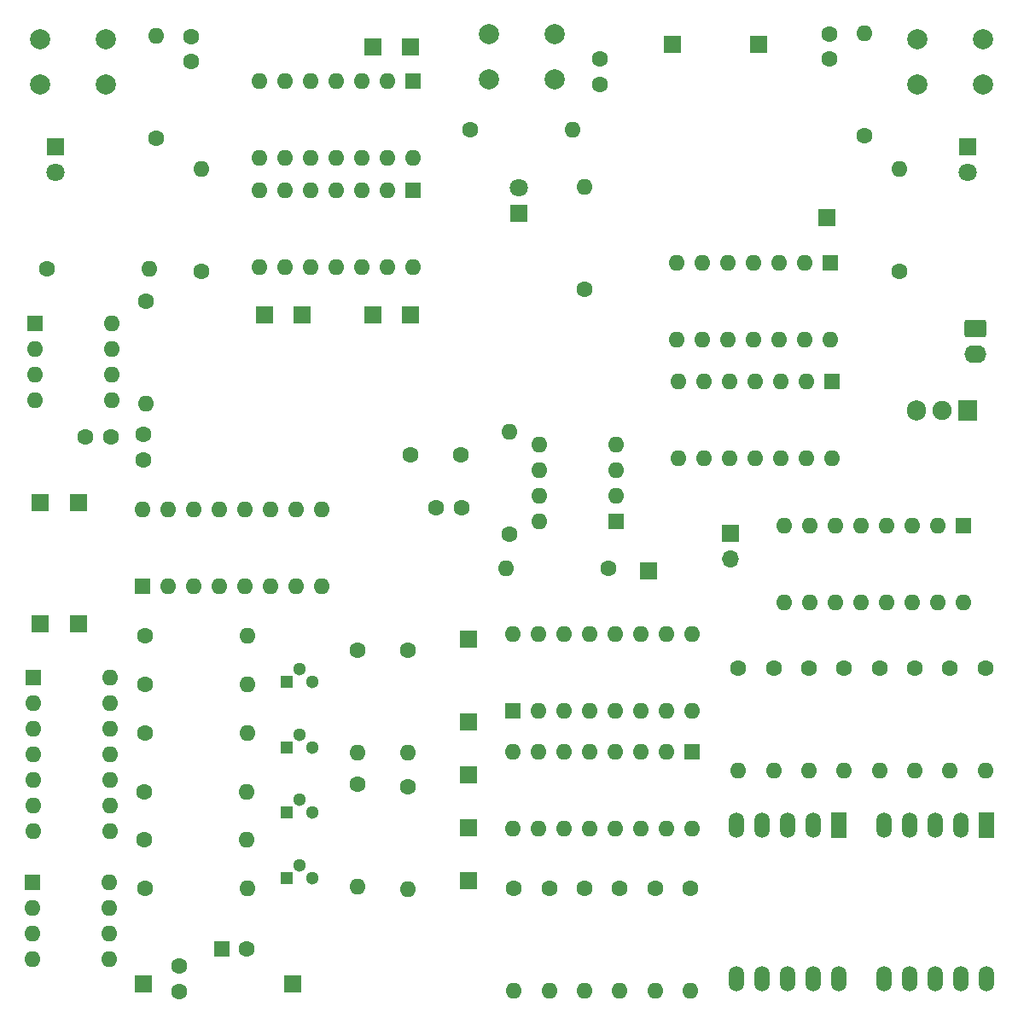
<source format=gbr>
%TF.GenerationSoftware,KiCad,Pcbnew,8.0.6*%
%TF.CreationDate,2024-12-19T16:20:12+01:00*%
%TF.ProjectId,schemat,73636865-6d61-4742-9e6b-696361645f70,rev?*%
%TF.SameCoordinates,Original*%
%TF.FileFunction,Soldermask,Bot*%
%TF.FilePolarity,Negative*%
%FSLAX46Y46*%
G04 Gerber Fmt 4.6, Leading zero omitted, Abs format (unit mm)*
G04 Created by KiCad (PCBNEW 8.0.6) date 2024-12-19 16:20:12*
%MOMM*%
%LPD*%
G01*
G04 APERTURE LIST*
G04 Aperture macros list*
%AMRoundRect*
0 Rectangle with rounded corners*
0 $1 Rounding radius*
0 $2 $3 $4 $5 $6 $7 $8 $9 X,Y pos of 4 corners*
0 Add a 4 corners polygon primitive as box body*
4,1,4,$2,$3,$4,$5,$6,$7,$8,$9,$2,$3,0*
0 Add four circle primitives for the rounded corners*
1,1,$1+$1,$2,$3*
1,1,$1+$1,$4,$5*
1,1,$1+$1,$6,$7*
1,1,$1+$1,$8,$9*
0 Add four rect primitives between the rounded corners*
20,1,$1+$1,$2,$3,$4,$5,0*
20,1,$1+$1,$4,$5,$6,$7,0*
20,1,$1+$1,$6,$7,$8,$9,0*
20,1,$1+$1,$8,$9,$2,$3,0*%
G04 Aperture macros list end*
%ADD10C,1.600000*%
%ADD11O,1.600000X1.600000*%
%ADD12R,1.700000X1.700000*%
%ADD13R,1.600000X1.600000*%
%ADD14R,1.524000X2.524000*%
%ADD15O,1.524000X2.524000*%
%ADD16C,2.000000*%
%ADD17R,1.800000X1.800000*%
%ADD18C,1.800000*%
%ADD19C,1.905000*%
%ADD20R,1.905000X2.000000*%
%ADD21O,1.905000X2.000000*%
%ADD22O,1.700000X1.700000*%
%ADD23R,1.300000X1.300000*%
%ADD24C,1.300000*%
%ADD25RoundRect,0.250000X-0.845000X0.620000X-0.845000X-0.620000X0.845000X-0.620000X0.845000X0.620000X0*%
%ADD26O,2.190000X1.740000*%
G04 APERTURE END LIST*
D10*
%TO.C,R1*%
X104750000Y-33330000D03*
D11*
X104750000Y-23170000D03*
%TD*%
D12*
%TO.C,TP13*%
X83300000Y-76510000D03*
%TD*%
D10*
%TO.C,C8*%
X64800000Y-70260000D03*
X62300000Y-70260000D03*
%TD*%
D13*
%TO.C,U7*%
X101540000Y-57700000D03*
D11*
X99000000Y-57700000D03*
X96460000Y-57700000D03*
X93920000Y-57700000D03*
X91380000Y-57700000D03*
X88840000Y-57700000D03*
X86300000Y-57700000D03*
X86300000Y-65320000D03*
X88840000Y-65320000D03*
X91380000Y-65320000D03*
X93920000Y-65320000D03*
X96460000Y-65320000D03*
X99000000Y-65320000D03*
X101540000Y-65320000D03*
%TD*%
D14*
%TO.C,U14*%
X116830000Y-101750000D03*
D15*
X114290000Y-101750000D03*
X111750000Y-101750000D03*
X109210000Y-101750000D03*
X106670000Y-101750000D03*
X106670000Y-116990000D03*
X109210000Y-116990000D03*
X111750000Y-116990000D03*
X114290000Y-116990000D03*
X116830000Y-116990000D03*
%TD*%
D12*
%TO.C,TP21*%
X94250000Y-24250000D03*
%TD*%
D13*
%TO.C,U4*%
X60000000Y-38750000D03*
D11*
X57460000Y-38750000D03*
X54920000Y-38750000D03*
X52380000Y-38750000D03*
X49840000Y-38750000D03*
X47300000Y-38750000D03*
X44760000Y-38750000D03*
X44760000Y-46370000D03*
X47300000Y-46370000D03*
X49840000Y-46370000D03*
X52380000Y-46370000D03*
X54920000Y-46370000D03*
X57460000Y-46370000D03*
X60000000Y-46370000D03*
%TD*%
D12*
%TO.C,TP10*%
X59710000Y-51120000D03*
%TD*%
D10*
%TO.C,C3*%
X78500000Y-25750000D03*
X78500000Y-28250000D03*
%TD*%
%TO.C,C5*%
X33250000Y-63000000D03*
X33250000Y-65500000D03*
%TD*%
%TO.C,R27*%
X102750000Y-86170000D03*
D11*
X102750000Y-96330000D03*
%TD*%
D10*
%TO.C,R33*%
X108250000Y-46830000D03*
D11*
X108250000Y-36670000D03*
%TD*%
D10*
%TO.C,R30*%
X116750000Y-86170000D03*
D11*
X116750000Y-96330000D03*
%TD*%
D10*
%TO.C,R24*%
X84000000Y-108000000D03*
D11*
X84000000Y-118160000D03*
%TD*%
D10*
%TO.C,R25*%
X109750000Y-86170000D03*
D11*
X109750000Y-96330000D03*
%TD*%
D16*
%TO.C,SW1*%
X110000000Y-23750000D03*
X116500000Y-23750000D03*
X110000000Y-28250000D03*
X116500000Y-28250000D03*
%TD*%
D10*
%TO.C,R13*%
X33340000Y-98400000D03*
D11*
X43500000Y-98400000D03*
%TD*%
D12*
%TO.C,TP11*%
X55960000Y-51120000D03*
%TD*%
D10*
%TO.C,R8*%
X33420000Y-87800000D03*
D11*
X43580000Y-87800000D03*
%TD*%
D10*
%TO.C,R15*%
X33320000Y-103200000D03*
D11*
X43480000Y-103200000D03*
%TD*%
D12*
%TO.C,TP18*%
X23000000Y-81750000D03*
%TD*%
D10*
%TO.C,R11*%
X33420000Y-92600000D03*
D11*
X43580000Y-92600000D03*
%TD*%
D17*
%TO.C,D3*%
X24500000Y-34460000D03*
D18*
X24500000Y-37000000D03*
%TD*%
D12*
%TO.C,TP14*%
X65500000Y-83250000D03*
%TD*%
%TO.C,TP19*%
X45210000Y-51120000D03*
%TD*%
D13*
%TO.C,U8*%
X60012448Y-27940000D03*
D11*
X57472448Y-27940000D03*
X54932448Y-27940000D03*
X52392448Y-27940000D03*
X49852448Y-27940000D03*
X47312448Y-27940000D03*
X44772448Y-27940000D03*
X44772448Y-35560000D03*
X47312448Y-35560000D03*
X49852448Y-35560000D03*
X52392448Y-35560000D03*
X54932448Y-35560000D03*
X57472448Y-35560000D03*
X60012448Y-35560000D03*
%TD*%
D12*
%TO.C,TP20*%
X48960000Y-51120000D03*
%TD*%
D10*
%TO.C,R32*%
X77000000Y-48580000D03*
D11*
X77000000Y-38420000D03*
%TD*%
D17*
%TO.C,D1*%
X70500000Y-41000000D03*
D18*
X70500000Y-38460000D03*
%TD*%
D19*
%TO.C,Q5*%
X112500000Y-60600000D03*
D20*
X115000000Y-60600000D03*
D21*
X109920000Y-60600000D03*
%TD*%
D10*
%TO.C,C1*%
X101250000Y-23250000D03*
X101250000Y-25750000D03*
%TD*%
%TO.C,R28*%
X99250000Y-86170000D03*
D11*
X99250000Y-96330000D03*
%TD*%
D10*
%TO.C,R19*%
X77000000Y-108000000D03*
D11*
X77000000Y-118160000D03*
%TD*%
D12*
%TO.C,TP9*%
X48000000Y-117500000D03*
%TD*%
D10*
%TO.C,R17*%
X69550000Y-72840000D03*
D11*
X69550000Y-62680000D03*
%TD*%
D12*
%TO.C,TP2*%
X26750000Y-69750000D03*
%TD*%
%TO.C,TP8*%
X65500000Y-107250000D03*
%TD*%
D13*
%TO.C,U2*%
X33130000Y-78000000D03*
D11*
X35670000Y-78000000D03*
X38210000Y-78000000D03*
X40750000Y-78000000D03*
X43290000Y-78000000D03*
X45830000Y-78000000D03*
X48370000Y-78000000D03*
X50910000Y-78000000D03*
X50910000Y-70380000D03*
X48370000Y-70380000D03*
X45830000Y-70380000D03*
X43290000Y-70380000D03*
X40750000Y-70380000D03*
X38210000Y-70380000D03*
X35670000Y-70380000D03*
X33130000Y-70380000D03*
%TD*%
D10*
%TO.C,C6*%
X36750000Y-115750000D03*
X36750000Y-118250000D03*
%TD*%
D13*
%TO.C,U11*%
X87625000Y-94500000D03*
D11*
X85085000Y-94500000D03*
X82545000Y-94500000D03*
X80005000Y-94500000D03*
X77465000Y-94500000D03*
X74925000Y-94500000D03*
X72385000Y-94500000D03*
X69845000Y-94500000D03*
X69845000Y-102120000D03*
X72385000Y-102120000D03*
X74925000Y-102120000D03*
X77465000Y-102120000D03*
X80005000Y-102120000D03*
X82545000Y-102120000D03*
X85085000Y-102120000D03*
X87625000Y-102120000D03*
%TD*%
D12*
%TO.C,TP3*%
X33250000Y-117500000D03*
%TD*%
D10*
%TO.C,R26*%
X106250000Y-86170000D03*
D11*
X106250000Y-96330000D03*
%TD*%
D10*
%TO.C,R10*%
X54500000Y-84420000D03*
D11*
X54500000Y-94580000D03*
%TD*%
D10*
%TO.C,R7*%
X33420000Y-82950000D03*
D11*
X43580000Y-82950000D03*
%TD*%
D12*
%TO.C,TP12*%
X101000000Y-41500000D03*
%TD*%
D10*
%TO.C,C2*%
X38000000Y-23500000D03*
X38000000Y-26000000D03*
%TD*%
%TO.C,R12*%
X59500000Y-97920000D03*
D11*
X59500000Y-108080000D03*
%TD*%
D10*
%TO.C,R31*%
X113250000Y-86170000D03*
D11*
X113250000Y-96330000D03*
%TD*%
D12*
%TO.C,TP1*%
X85750000Y-24250000D03*
%TD*%
D13*
%TO.C,U16*%
X22270000Y-87075000D03*
D11*
X22270000Y-89615000D03*
X22270000Y-92155000D03*
X22270000Y-94695000D03*
X22270000Y-97235000D03*
X22270000Y-99775000D03*
X22270000Y-102315000D03*
X29890000Y-102315000D03*
X29890000Y-99775000D03*
X29890000Y-97235000D03*
X29890000Y-94695000D03*
X29890000Y-92155000D03*
X29890000Y-89615000D03*
X29890000Y-87075000D03*
%TD*%
D13*
%TO.C,U12*%
X114625000Y-72000000D03*
D11*
X112085000Y-72000000D03*
X109545000Y-72000000D03*
X107005000Y-72000000D03*
X104465000Y-72000000D03*
X101925000Y-72000000D03*
X99385000Y-72000000D03*
X96845000Y-72000000D03*
X96845000Y-79620000D03*
X99385000Y-79620000D03*
X101925000Y-79620000D03*
X104465000Y-79620000D03*
X107005000Y-79620000D03*
X109545000Y-79620000D03*
X112085000Y-79620000D03*
X114625000Y-79620000D03*
%TD*%
D12*
%TO.C,TP5*%
X65500000Y-91500000D03*
%TD*%
D10*
%TO.C,C4*%
X30000000Y-63250000D03*
X27500000Y-63250000D03*
%TD*%
D12*
%TO.C,J1*%
X91500000Y-72750000D03*
D22*
X91500000Y-75290000D03*
%TD*%
D10*
%TO.C,R2*%
X34500000Y-33580000D03*
D11*
X34500000Y-23420000D03*
%TD*%
D16*
%TO.C,SW2*%
X23000000Y-23750000D03*
X29500000Y-23750000D03*
X23000000Y-28250000D03*
X29500000Y-28250000D03*
%TD*%
D10*
%TO.C,R23*%
X87500000Y-108000000D03*
D11*
X87500000Y-118160000D03*
%TD*%
D13*
%TO.C,U10*%
X69920000Y-90370000D03*
D11*
X72460000Y-90370000D03*
X75000000Y-90370000D03*
X77540000Y-90370000D03*
X80080000Y-90370000D03*
X82620000Y-90370000D03*
X85160000Y-90370000D03*
X87700000Y-90370000D03*
X87700000Y-82750000D03*
X85160000Y-82750000D03*
X82620000Y-82750000D03*
X80080000Y-82750000D03*
X77540000Y-82750000D03*
X75000000Y-82750000D03*
X72460000Y-82750000D03*
X69920000Y-82750000D03*
%TD*%
D23*
%TO.C,Q3*%
X47480000Y-100500000D03*
D24*
X48750000Y-99230000D03*
X50020000Y-100500000D03*
%TD*%
D25*
%TO.C,J2*%
X115750000Y-52460000D03*
D26*
X115750000Y-55000000D03*
%TD*%
D10*
%TO.C,C9*%
X64750000Y-65000000D03*
X59750000Y-65000000D03*
%TD*%
D23*
%TO.C,Q4*%
X47480000Y-107000000D03*
D24*
X48750000Y-105730000D03*
X50020000Y-107000000D03*
%TD*%
D10*
%TO.C,R14*%
X54500000Y-97670000D03*
D11*
X54500000Y-107830000D03*
%TD*%
D13*
%TO.C,U3*%
X80100000Y-71560000D03*
D11*
X80100000Y-69020000D03*
X80100000Y-66480000D03*
X80100000Y-63940000D03*
X72480000Y-63940000D03*
X72480000Y-66480000D03*
X72480000Y-69020000D03*
X72480000Y-71560000D03*
%TD*%
D10*
%TO.C,R4*%
X23670000Y-46530000D03*
D11*
X33830000Y-46530000D03*
%TD*%
D23*
%TO.C,Q1*%
X47480000Y-87500000D03*
D24*
X48750000Y-86230000D03*
X50020000Y-87500000D03*
%TD*%
D13*
%TO.C,C7*%
X41000000Y-114000000D03*
D10*
X43500000Y-114000000D03*
%TD*%
D12*
%TO.C,TP17*%
X56000000Y-24510000D03*
%TD*%
D13*
%TO.C,U1*%
X22450000Y-51950000D03*
D11*
X22450000Y-54490000D03*
X22450000Y-57030000D03*
X22450000Y-59570000D03*
X30070000Y-59570000D03*
X30070000Y-57030000D03*
X30070000Y-54490000D03*
X30070000Y-51950000D03*
%TD*%
D12*
%TO.C,TP6*%
X65500000Y-96750000D03*
%TD*%
%TO.C,TP4*%
X26750000Y-81750000D03*
%TD*%
D10*
%TO.C,R20*%
X73500000Y-108000000D03*
D11*
X73500000Y-118160000D03*
%TD*%
D10*
%TO.C,R21*%
X70000000Y-108000000D03*
D11*
X70000000Y-118160000D03*
%TD*%
D23*
%TO.C,Q2*%
X47480000Y-94000000D03*
D24*
X48750000Y-92730000D03*
X50020000Y-94000000D03*
%TD*%
D13*
%TO.C,U5*%
X22200000Y-107450000D03*
D11*
X22200000Y-109990000D03*
X22200000Y-112530000D03*
X22200000Y-115070000D03*
X29820000Y-115070000D03*
X29820000Y-112530000D03*
X29820000Y-109990000D03*
X29820000Y-107450000D03*
%TD*%
D12*
%TO.C,TP15*%
X22950000Y-69780000D03*
%TD*%
D10*
%TO.C,R18*%
X80500000Y-108000000D03*
D11*
X80500000Y-118160000D03*
%TD*%
D12*
%TO.C,TP7*%
X65500000Y-102000000D03*
%TD*%
D13*
%TO.C,U6*%
X101375000Y-45950000D03*
D11*
X98835000Y-45950000D03*
X96295000Y-45950000D03*
X93755000Y-45950000D03*
X91215000Y-45950000D03*
X88675000Y-45950000D03*
X86135000Y-45950000D03*
X86135000Y-53570000D03*
X88675000Y-53570000D03*
X91215000Y-53570000D03*
X93755000Y-53570000D03*
X96295000Y-53570000D03*
X98835000Y-53570000D03*
X101375000Y-53570000D03*
%TD*%
D17*
%TO.C,D2*%
X115000000Y-34475000D03*
D18*
X115000000Y-37015000D03*
%TD*%
D10*
%TO.C,R9*%
X33420000Y-108000000D03*
D11*
X43580000Y-108000000D03*
%TD*%
D14*
%TO.C,U13*%
X102250000Y-101750000D03*
D15*
X99710000Y-101750000D03*
X97170000Y-101750000D03*
X94630000Y-101750000D03*
X92090000Y-101750000D03*
X92090000Y-116990000D03*
X94630000Y-116990000D03*
X97170000Y-116990000D03*
X99710000Y-116990000D03*
X102250000Y-116990000D03*
%TD*%
D10*
%TO.C,R6*%
X59500000Y-84420000D03*
D11*
X59500000Y-94580000D03*
%TD*%
D10*
%TO.C,R16*%
X79380000Y-76260000D03*
D11*
X69220000Y-76260000D03*
%TD*%
D16*
%TO.C,SW3*%
X67500000Y-23250000D03*
X74000000Y-23250000D03*
X67500000Y-27750000D03*
X74000000Y-27750000D03*
%TD*%
D10*
%TO.C,R34*%
X39000000Y-46830000D03*
D11*
X39000000Y-36670000D03*
%TD*%
D10*
%TO.C,R29*%
X95750000Y-86170000D03*
D11*
X95750000Y-96330000D03*
%TD*%
D10*
%TO.C,R5*%
X33500000Y-49780000D03*
D11*
X33500000Y-59940000D03*
%TD*%
D10*
%TO.C,R3*%
X65670000Y-32750000D03*
D11*
X75830000Y-32750000D03*
%TD*%
D12*
%TO.C,TP16*%
X59750000Y-24510000D03*
%TD*%
D10*
%TO.C,R22*%
X92250000Y-86170000D03*
D11*
X92250000Y-96330000D03*
%TD*%
M02*

</source>
